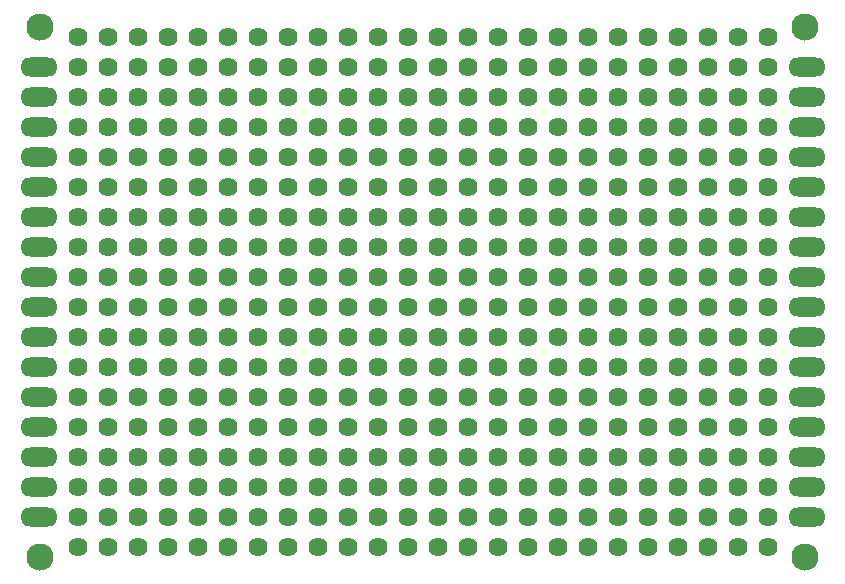
<source format=gbr>
%TF.GenerationSoftware,KiCad,Pcbnew,9.0.1*%
%TF.CreationDate,2025-05-06T23:50:29-04:00*%
%TF.ProjectId,classic-protoboard_18x24,636c6173-7369-4632-9d70-726f746f626f,rev?*%
%TF.SameCoordinates,Original*%
%TF.FileFunction,Soldermask,Top*%
%TF.FilePolarity,Negative*%
%FSLAX46Y46*%
G04 Gerber Fmt 4.6, Leading zero omitted, Abs format (unit mm)*
G04 Created by KiCad (PCBNEW 9.0.1) date 2025-05-06 23:50:29*
%MOMM*%
%LPD*%
G01*
G04 APERTURE LIST*
%ADD10O,3.148000X1.624000*%
%ADD11C,2.300000*%
%ADD12C,1.624000*%
G04 APERTURE END LIST*
D10*
%TO.C,REF\u002A\u002A*%
X170592000Y-80330000D03*
%TD*%
%TO.C,REF\u002A\u002A*%
X170592000Y-90490000D03*
%TD*%
%TO.C,REF\u002A\u002A*%
X105568000Y-95570000D03*
%TD*%
D11*
%TO.C,REF\u002A\u002A*%
X170450000Y-74440000D03*
%TD*%
D10*
%TO.C,REF\u002A\u002A*%
X170592000Y-85410000D03*
%TD*%
%TO.C,REF\u002A\u002A*%
X105568000Y-87950000D03*
%TD*%
%TO.C,REF\u002A\u002A*%
X170592000Y-100650000D03*
%TD*%
%TO.C,REF\u002A\u002A*%
X170592000Y-82870000D03*
%TD*%
%TO.C,REF\u002A\u002A*%
X105568000Y-85410000D03*
%TD*%
%TO.C,REF\u002A\u002A*%
X105568000Y-105730000D03*
%TD*%
%TO.C,REF\u002A\u002A*%
X105568000Y-80330000D03*
%TD*%
%TO.C,REF\u002A\u002A*%
X170592000Y-103190000D03*
%TD*%
%TO.C,REF\u002A\u002A*%
X105568000Y-90490000D03*
%TD*%
%TO.C,REF\u002A\u002A*%
X170592000Y-93030000D03*
%TD*%
%TO.C,REF\u002A\u002A*%
X105568000Y-82870000D03*
%TD*%
%TO.C,REF\u002A\u002A*%
X170592000Y-87950000D03*
%TD*%
%TO.C,REF\u002A\u002A*%
X170592000Y-95570000D03*
%TD*%
%TO.C,REF\u002A\u002A*%
X105568000Y-103190000D03*
%TD*%
%TO.C,REF\u002A\u002A*%
X105568000Y-100650000D03*
%TD*%
%TO.C,REF\u002A\u002A*%
X170592000Y-98110000D03*
%TD*%
%TO.C,REF\u002A\u002A*%
X105568000Y-77790000D03*
%TD*%
%TO.C,REF\u002A\u002A*%
X170592000Y-105730000D03*
%TD*%
%TO.C,REF\u002A\u002A*%
X105568000Y-93030000D03*
%TD*%
%TO.C,REF\u002A\u002A*%
X105568000Y-98110000D03*
%TD*%
%TO.C,REF\u002A\u002A*%
X170592000Y-77790000D03*
%TD*%
%TO.C,REF\u002A\u002A*%
X105568000Y-115890000D03*
%TD*%
%TO.C,REF\u002A\u002A*%
X105568000Y-113350000D03*
%TD*%
%TO.C,REF\u002A\u002A*%
X105568000Y-110810000D03*
%TD*%
%TO.C,REF\u002A\u002A*%
X105568000Y-108270000D03*
%TD*%
%TO.C,REF\u002A\u002A*%
X170592000Y-110810000D03*
%TD*%
%TO.C,REF\u002A\u002A*%
X170592000Y-108270000D03*
%TD*%
%TO.C,REF\u002A\u002A*%
X170592000Y-113350000D03*
%TD*%
%TO.C,REF\u002A\u002A*%
X170592000Y-115890000D03*
%TD*%
D11*
%TO.C,REF\u002A\u002A*%
X105650000Y-74440000D03*
%TD*%
%TO.C,REF\u002A\u002A*%
X105650000Y-119240000D03*
%TD*%
%TO.C,REF\u002A\u002A*%
X170450000Y-119240000D03*
%TD*%
D12*
X119030000Y-82870000D03*
X134270000Y-98110000D03*
X136810000Y-98110000D03*
X131730000Y-85410000D03*
X134270000Y-85410000D03*
X121570000Y-95570000D03*
X124110000Y-95570000D03*
X144430000Y-93030000D03*
X154590000Y-98110000D03*
X157130000Y-98110000D03*
X129190000Y-95570000D03*
X131730000Y-95570000D03*
X141890000Y-95570000D03*
X136810000Y-82870000D03*
X154590000Y-82870000D03*
X131730000Y-103190000D03*
X113950000Y-103190000D03*
X119030000Y-93030000D03*
X129190000Y-93030000D03*
X136810000Y-90490000D03*
X144430000Y-100650000D03*
X139350000Y-95570000D03*
X157130000Y-90490000D03*
X121570000Y-85410000D03*
X157130000Y-80330000D03*
X152050000Y-75250000D03*
X124110000Y-77790000D03*
X119030000Y-77790000D03*
X116490000Y-75250000D03*
X141890000Y-103190000D03*
X146970000Y-95570000D03*
X126650000Y-108270000D03*
X129190000Y-77790000D03*
X119030000Y-100650000D03*
X149510000Y-108270000D03*
X121570000Y-77790000D03*
X113950000Y-90490000D03*
X154590000Y-93030000D03*
X108870000Y-87950000D03*
X126650000Y-90490000D03*
X139350000Y-90490000D03*
X108870000Y-90490000D03*
X124110000Y-80330000D03*
X119030000Y-108270000D03*
X129190000Y-98110000D03*
X144430000Y-98110000D03*
X134270000Y-100650000D03*
X144430000Y-108270000D03*
X144430000Y-75250000D03*
X131730000Y-75250000D03*
X154590000Y-90490000D03*
X134270000Y-77790000D03*
X124110000Y-103190000D03*
X149510000Y-82870000D03*
X149510000Y-103190000D03*
X108870000Y-95570000D03*
X131730000Y-105730000D03*
X108870000Y-100650000D03*
X149510000Y-87950000D03*
X157130000Y-100650000D03*
X152050000Y-103190000D03*
X152050000Y-87950000D03*
X119030000Y-98110000D03*
X129190000Y-87950000D03*
X131730000Y-93030000D03*
X126650000Y-93030000D03*
X131730000Y-87950000D03*
X108870000Y-93030000D03*
X149510000Y-93030000D03*
X116490000Y-87950000D03*
X113950000Y-95570000D03*
X149510000Y-75250000D03*
X139350000Y-80330000D03*
X113950000Y-80330000D03*
X139350000Y-77790000D03*
X146970000Y-80330000D03*
X108870000Y-105730000D03*
X124110000Y-85410000D03*
X139350000Y-75250000D03*
X126650000Y-105730000D03*
X149510000Y-105730000D03*
X136810000Y-85410000D03*
X121570000Y-100650000D03*
X144430000Y-85410000D03*
X126650000Y-98110000D03*
X141890000Y-82870000D03*
X141890000Y-77790000D03*
X111410000Y-100650000D03*
X126650000Y-82870000D03*
X124110000Y-87950000D03*
X108870000Y-77790000D03*
X144430000Y-80330000D03*
X154590000Y-77790000D03*
X146970000Y-77790000D03*
X131730000Y-77790000D03*
X113950000Y-82870000D03*
X152050000Y-90490000D03*
X141890000Y-93030000D03*
X119030000Y-90490000D03*
X129190000Y-90490000D03*
X124110000Y-105730000D03*
X113950000Y-85410000D03*
X144430000Y-90490000D03*
X139350000Y-108270000D03*
X152050000Y-85410000D03*
X144430000Y-95570000D03*
X111410000Y-98110000D03*
X116490000Y-77790000D03*
X141890000Y-80330000D03*
X113950000Y-77790000D03*
X141890000Y-108270000D03*
X116490000Y-82870000D03*
X157130000Y-95570000D03*
X113950000Y-100650000D03*
X129190000Y-82870000D03*
X113950000Y-105730000D03*
X139350000Y-82870000D03*
X154590000Y-75250000D03*
X139350000Y-98110000D03*
X152050000Y-100650000D03*
X157130000Y-82870000D03*
X136810000Y-87950000D03*
X108870000Y-103190000D03*
X141890000Y-105730000D03*
X126650000Y-100650000D03*
X152050000Y-108270000D03*
X134270000Y-108270000D03*
X119030000Y-105730000D03*
X124110000Y-82870000D03*
X136810000Y-105730000D03*
X157130000Y-108270000D03*
X141890000Y-87950000D03*
X157130000Y-75250000D03*
X129190000Y-85410000D03*
X121570000Y-90490000D03*
X119030000Y-80330000D03*
X121570000Y-82870000D03*
X139350000Y-100650000D03*
X134270000Y-93030000D03*
X116490000Y-98110000D03*
X146970000Y-93030000D03*
X152050000Y-77790000D03*
X146970000Y-90490000D03*
X154590000Y-80330000D03*
X159670000Y-98110000D03*
X162210000Y-98110000D03*
X164750000Y-98110000D03*
X167290000Y-98110000D03*
X159670000Y-90490000D03*
X162210000Y-90490000D03*
X164750000Y-90490000D03*
X167290000Y-90490000D03*
X159670000Y-80330000D03*
X162210000Y-80330000D03*
X164750000Y-80330000D03*
X167290000Y-80330000D03*
X159670000Y-93030000D03*
X162210000Y-93030000D03*
X164750000Y-93030000D03*
X167290000Y-93030000D03*
X159670000Y-85410000D03*
X162210000Y-85410000D03*
X164750000Y-85410000D03*
X167290000Y-85410000D03*
X159670000Y-100650000D03*
X162210000Y-100650000D03*
X164750000Y-100650000D03*
X167290000Y-100650000D03*
X159670000Y-77790000D03*
X162210000Y-77790000D03*
X164750000Y-77790000D03*
X167290000Y-77790000D03*
X159670000Y-103190000D03*
X162210000Y-103190000D03*
X164750000Y-103190000D03*
X167290000Y-103190000D03*
X159670000Y-105730000D03*
X162210000Y-105730000D03*
X164750000Y-105730000D03*
X167290000Y-105730000D03*
X159670000Y-95570000D03*
X162210000Y-95570000D03*
X164750000Y-95570000D03*
X167290000Y-95570000D03*
X159670000Y-82870000D03*
X162210000Y-82870000D03*
X164750000Y-82870000D03*
X167290000Y-82870000D03*
X159670000Y-108270000D03*
X162210000Y-108270000D03*
X164750000Y-108270000D03*
X167290000Y-108270000D03*
X159670000Y-75250000D03*
X162210000Y-75250000D03*
X164750000Y-75250000D03*
X167290000Y-75250000D03*
X159670000Y-87950000D03*
X162210000Y-87950000D03*
X164750000Y-87950000D03*
X167290000Y-87950000D03*
X116490000Y-110810000D03*
X131730000Y-110810000D03*
X134270000Y-110810000D03*
X113950000Y-110810000D03*
X159670000Y-113350000D03*
X162210000Y-113350000D03*
X141890000Y-110810000D03*
X144430000Y-110810000D03*
X154590000Y-113350000D03*
X126650000Y-110810000D03*
X146970000Y-110810000D03*
X149510000Y-110810000D03*
X136810000Y-110810000D03*
X121570000Y-113350000D03*
X126650000Y-115890000D03*
X129190000Y-110810000D03*
X146970000Y-115890000D03*
X149510000Y-115890000D03*
X144430000Y-113350000D03*
X116490000Y-115890000D03*
X119030000Y-115890000D03*
X124110000Y-115890000D03*
X144430000Y-115890000D03*
X113950000Y-115890000D03*
X124110000Y-110810000D03*
X124110000Y-113350000D03*
X131730000Y-113350000D03*
X134270000Y-113350000D03*
X119030000Y-110810000D03*
X152050000Y-110810000D03*
X154590000Y-110810000D03*
X108870000Y-115890000D03*
X157130000Y-110810000D03*
X108870000Y-113350000D03*
X157130000Y-113350000D03*
X126650000Y-113350000D03*
X129190000Y-113350000D03*
X146970000Y-113350000D03*
X149510000Y-113350000D03*
X152050000Y-113350000D03*
X136810000Y-115890000D03*
X139350000Y-115890000D03*
X154590000Y-115890000D03*
X141890000Y-115890000D03*
X121570000Y-115890000D03*
X111410000Y-113350000D03*
X113950000Y-113350000D03*
X108870000Y-110810000D03*
X111410000Y-110810000D03*
X141890000Y-113350000D03*
X152050000Y-115890000D03*
X111410000Y-115890000D03*
X131730000Y-115890000D03*
X134270000Y-115890000D03*
X116490000Y-113350000D03*
X119030000Y-113350000D03*
X136810000Y-113350000D03*
X139350000Y-113350000D03*
X157130000Y-115890000D03*
X139350000Y-110810000D03*
X121570000Y-110810000D03*
X129190000Y-115890000D03*
X162210000Y-110810000D03*
X164750000Y-110810000D03*
X159670000Y-115890000D03*
X164750000Y-113350000D03*
X167290000Y-113350000D03*
X159670000Y-110810000D03*
X162210000Y-115890000D03*
X164750000Y-115890000D03*
X167290000Y-115890000D03*
X167290000Y-110810000D03*
X139350000Y-118430000D03*
X154590000Y-118430000D03*
X136810000Y-118430000D03*
X129190000Y-118430000D03*
X159670000Y-118430000D03*
X162210000Y-118430000D03*
X164750000Y-118430000D03*
X167290000Y-118430000D03*
X149510000Y-118430000D03*
X126650000Y-118430000D03*
X141890000Y-118430000D03*
X121570000Y-118430000D03*
X152050000Y-118430000D03*
X111410000Y-118430000D03*
X131730000Y-118430000D03*
X134270000Y-118430000D03*
X157130000Y-118430000D03*
X113950000Y-118430000D03*
X124110000Y-118430000D03*
X144430000Y-118430000D03*
X108870000Y-118430000D03*
X146970000Y-118430000D03*
X116490000Y-118430000D03*
X119030000Y-118430000D03*
X111410000Y-93030000D03*
X144430000Y-82870000D03*
X121570000Y-105730000D03*
X146970000Y-85410000D03*
X152050000Y-105730000D03*
X139350000Y-103190000D03*
X119030000Y-75250000D03*
X134270000Y-87950000D03*
X157130000Y-87950000D03*
X134270000Y-95570000D03*
X154590000Y-87950000D03*
X111410000Y-103190000D03*
X146970000Y-108270000D03*
X126650000Y-80330000D03*
X146970000Y-103190000D03*
X111410000Y-108270000D03*
X141890000Y-85410000D03*
X144430000Y-77790000D03*
X157130000Y-105730000D03*
X124110000Y-93030000D03*
X121570000Y-98110000D03*
X152050000Y-95570000D03*
X136810000Y-75250000D03*
X121570000Y-80330000D03*
X124110000Y-100650000D03*
X154590000Y-100650000D03*
X111410000Y-95570000D03*
X126650000Y-77790000D03*
X146970000Y-105730000D03*
X149510000Y-95570000D03*
X116490000Y-105730000D03*
X149510000Y-100650000D03*
X144430000Y-105730000D03*
X136810000Y-100650000D03*
X141890000Y-98110000D03*
X134270000Y-103190000D03*
X119030000Y-95570000D03*
X113950000Y-87950000D03*
X154590000Y-103190000D03*
X126650000Y-75250000D03*
X119030000Y-87950000D03*
X149510000Y-98110000D03*
X111410000Y-85410000D03*
X134270000Y-82870000D03*
X139350000Y-85410000D03*
X134270000Y-80330000D03*
X154590000Y-108270000D03*
X111410000Y-77790000D03*
X124110000Y-90490000D03*
X116490000Y-95570000D03*
X129190000Y-103190000D03*
X134270000Y-75250000D03*
X149510000Y-90490000D03*
X157130000Y-77790000D03*
X136810000Y-80330000D03*
X131730000Y-80330000D03*
X131730000Y-90490000D03*
X108870000Y-85410000D03*
X131730000Y-100650000D03*
X108870000Y-80330000D03*
X131730000Y-82870000D03*
X111410000Y-82870000D03*
X121570000Y-75250000D03*
X108870000Y-98110000D03*
X126650000Y-87950000D03*
X152050000Y-82870000D03*
X124110000Y-75250000D03*
X144430000Y-103190000D03*
X134270000Y-105730000D03*
X129190000Y-108270000D03*
X126650000Y-85410000D03*
X157130000Y-103190000D03*
X113950000Y-108270000D03*
X146970000Y-98110000D03*
X116490000Y-103190000D03*
X139350000Y-93030000D03*
X116490000Y-100650000D03*
X131730000Y-108270000D03*
X146970000Y-75250000D03*
X154590000Y-105730000D03*
X157130000Y-85410000D03*
X136810000Y-95570000D03*
X129190000Y-100650000D03*
X126650000Y-95570000D03*
X131730000Y-98110000D03*
X144430000Y-87950000D03*
X139350000Y-105730000D03*
X121570000Y-108270000D03*
X129190000Y-105730000D03*
X152050000Y-80330000D03*
X136810000Y-77790000D03*
X111410000Y-87950000D03*
X116490000Y-93030000D03*
X121570000Y-87950000D03*
X113950000Y-98110000D03*
X111410000Y-75250000D03*
X116490000Y-85410000D03*
X121570000Y-93030000D03*
X146970000Y-100650000D03*
X113950000Y-93030000D03*
X116490000Y-90490000D03*
X141890000Y-75250000D03*
X129190000Y-75250000D03*
X154590000Y-95570000D03*
X119030000Y-85410000D03*
X116490000Y-108270000D03*
X134270000Y-90490000D03*
X108870000Y-82870000D03*
X141890000Y-100650000D03*
X154590000Y-85410000D03*
X157130000Y-93030000D03*
X136810000Y-103190000D03*
X121570000Y-103190000D03*
X111410000Y-90490000D03*
X146970000Y-82870000D03*
X152050000Y-93030000D03*
X139350000Y-87950000D03*
X108870000Y-108270000D03*
X149510000Y-85410000D03*
X149510000Y-80330000D03*
X119030000Y-103190000D03*
X116490000Y-80330000D03*
X136810000Y-93030000D03*
X152050000Y-98110000D03*
X113950000Y-75250000D03*
X126650000Y-103190000D03*
X124110000Y-108270000D03*
X111410000Y-80330000D03*
X129190000Y-80330000D03*
X124110000Y-98110000D03*
X149510000Y-77790000D03*
X146970000Y-87950000D03*
X141890000Y-90490000D03*
X108870000Y-75250000D03*
X136810000Y-108270000D03*
X111410000Y-105730000D03*
M02*

</source>
